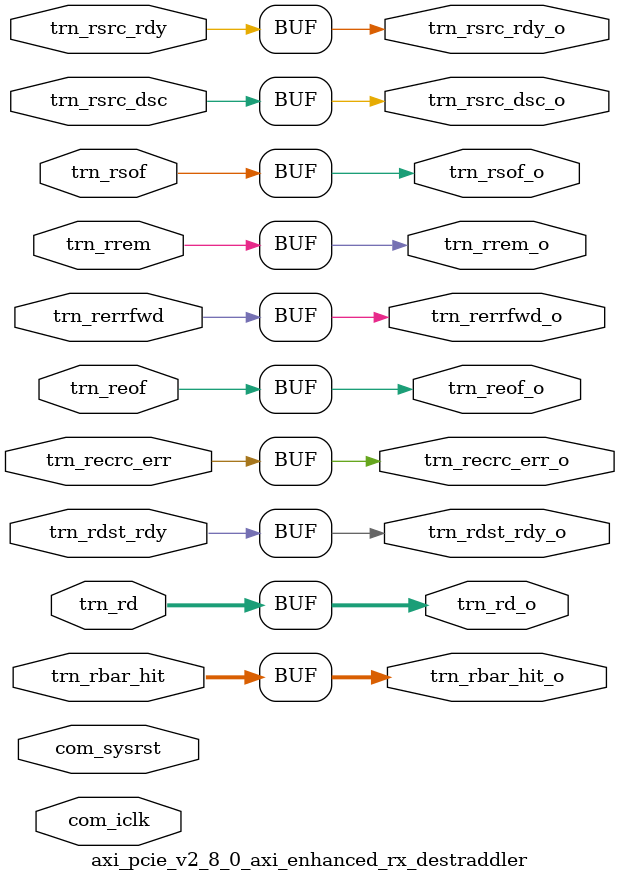
<source format=v>
`timescale 1ps/1ps

module axi_pcie_v2_8_0_axi_enhanced_rx_destraddler #(
  parameter C_DATA_WIDTH = 32,                          // RX/TX interface data width
  parameter C_FAMILY = "X7",                            // Targeted FPGA family
  parameter TCQ = 1,                                    // Clock to Q time

  // Do not override parameters below this line
  parameter REM_WIDTH  = (C_DATA_WIDTH == 128) ? 2 : 1, // trem/rrem width
  parameter RBAR_WIDTH = (C_FAMILY == "X7") ? 8 : 7,    // trn_rbar_hit width
  parameter STRB_WIDTH = C_DATA_WIDTH / 8               // TSTRB width
  ) (

  //---------------------------------------------------------------------------
  // TRN RX
  //---------------------------------------------------------------------------
  input      [C_DATA_WIDTH-1:0] trn_rd,                 // RX data from block
  input                         trn_rsof,               // RX start of packet
  input                         trn_reof,               // RX end of packet
  input                         trn_rsrc_rdy,           // RX source ready
  output                        trn_rdst_rdy_o,         // RX destination ready
  input                         trn_rsrc_dsc,           // RX source discontinue
  input         [REM_WIDTH-1:0] trn_rrem,               // RX remainder
  input                         trn_rerrfwd,            // RX error forward
  input        [RBAR_WIDTH-1:0] trn_rbar_hit,           // RX BAR hit
  input                         trn_recrc_err,          // RX ECRC error

  //--------------------------------------------------------------------------
  //TRN Realigned outputs to the RX data pipeline and Null Generator
  //--------------------------------------------------------------------------

  output  reg [C_DATA_WIDTH-1:0]trn_rd_o,               // Realigned data output
  output  reg                   trn_rsof_o,             // Realigned start of Frame
  output  reg                   trn_reof_o,             // Realigned End of Frame
  output  reg                   trn_rsrc_rdy_o,         // Realigned Source ready
  input                         trn_rdst_rdy,           // Destination ready from user
  output  reg                   trn_rsrc_dsc_o,         // Discontinue realigned
  output  reg   [REM_WIDTH-1:0] trn_rrem_o,             // RREM realigned
  output  reg                   trn_rerrfwd_o,          // rerrfwd realigned
  output  reg  [RBAR_WIDTH-1:0] trn_rbar_hit_o,         // RBAR hit realigned
  output  reg                   trn_recrc_err_o,        // ECRC error realigned

  //---------------------------------------------------------------------------
  // System
  //---------------------------------------------------------------------------

  input                         com_iclk,               // user clock from block
  input                         com_sysrst              // user reset from block

);

generate
// C_DATA_WIDTH == 128
if(C_DATA_WIDTH == 128) begin : data_width_128

  localparam               IDLE             = 2'b00;
  localparam               PROCESS_TLP_BEAT = 2'b01;
  localparam               THROTTLE_TLP     = 2'b10;

  reg [1:0]                state;
  reg                      local_throttle;
  // internal storage
  reg [C_DATA_WIDTH/2-1:0] trn_rd_d;
  reg                      trn_rsof_d;
  reg                      trn_reof_d;
  reg                      trn_rsrc_rdy_d;
  reg                      trn_rsrc_dsc_d;
  reg    [REM_WIDTH-1:0]   trn_rrem_d;
  reg                      trn_rerrfwd_d;
  reg   [RBAR_WIDTH-1:0]   trn_rbar_hit_d;
  reg                      trn_recrc_err_d;

  assign trn_rdst_rdy_o = trn_rdst_rdy && !local_throttle;

  // Internal buffer to store TRN signals
  always@(posedge com_iclk) begin
    if(com_sysrst) begin
      trn_rd_d            <= #TCQ {C_DATA_WIDTH/2{1'b0}};
      trn_rsof_d          <= #TCQ 1'b0;
      trn_reof_d          <= #TCQ 1'b0;
      trn_rsrc_rdy_d      <= #TCQ 1'b0;
      trn_rsrc_dsc_d      <= #TCQ 1'b0;
      trn_rrem_d          <= #TCQ {REM_WIDTH{1'b0}};
      trn_rerrfwd_d       <= #TCQ 1'b0;
      trn_rbar_hit_d      <= #TCQ {RBAR_WIDTH{1'b0}};
      trn_recrc_err_d     <= #TCQ 1'b0;
    end
    else begin
      // Enable signal for registers
      if(trn_rdst_rdy) begin
        trn_rd_d          <= #TCQ trn_rd[63:0];
        trn_rsof_d        <= #TCQ trn_rsof;
        trn_reof_d        <= #TCQ trn_reof;
        trn_rsrc_rdy_d    <= #TCQ trn_rsrc_rdy;
        trn_rsrc_dsc_d    <= #TCQ trn_rsrc_dsc;
        trn_rrem_d        <= #TCQ trn_rrem;
        trn_rerrfwd_d     <= #TCQ trn_rerrfwd;
        trn_rbar_hit_d    <= #TCQ trn_rbar_hit;
        trn_recrc_err_d   <= #TCQ trn_recrc_err;
      end
    end
  end

  // Output driver logic based on StateMachine state values and TRN inputs
  always@(trn_rd,trn_rsof,trn_reof,trn_rrem,trn_rsrc_dsc,trn_rsrc_rdy,trn_rdst_rdy,
          trn_recrc_err,trn_rerrfwd,trn_rbar_hit,state,local_throttle,com_sysrst) begin
    if(com_sysrst) begin
      trn_rd_o            <= {C_DATA_WIDTH{1'b0}};
      trn_rsof_o          <= 1'b0;
      trn_reof_o          <= 1'b0;
      trn_rsrc_rdy_o      <= 1'b0;
      trn_rsrc_dsc_o      <= 1'b0;
      trn_rrem_o          <= {REM_WIDTH{1'b0}};
      trn_rerrfwd_o       <= 1'b0;
      trn_rbar_hit_o      <= {RBAR_WIDTH{1'b0}};
      trn_recrc_err_o     <= 1'b0;
    end
    else begin
      case(state)
      IDLE : begin
               if(trn_rsof && !trn_rrem[1] && !trn_reof && trn_rdst_rdy && trn_rsrc_rdy) begin // Unaligned TLP
                 // Create a void i.e. Pass default '0' values to all outputs
                 trn_rd_o            <= {C_DATA_WIDTH{1'b0}};
                 trn_rsof_o          <= 1'b0;
                 trn_reof_o          <= 1'b0;
                 trn_rsrc_rdy_o      <= 1'b0;
                 trn_rsrc_dsc_o      <= 1'b0;
                 trn_rrem_o          <= {REM_WIDTH{1'b0}};
                 trn_rerrfwd_o       <= 1'b0;
                 trn_rbar_hit_o      <= {RBAR_WIDTH{1'b0}};
                 trn_recrc_err_o     <= 1'b0;
               end
               else if(trn_rsof && trn_reof && !trn_rrem[1] && trn_rdst_rdy && trn_rsrc_rdy) begin // straddled Beat
                 // Pass only EOF
                 trn_rd_o            <= {trn_rd[127:64],64'b0};
                 trn_rsof_o          <= 1'b0;
                 trn_reof_o          <= trn_reof;
                 trn_rsrc_rdy_o      <= trn_rsrc_rdy;
                 trn_rsrc_dsc_o      <= trn_rsrc_dsc;
                 trn_rrem_o          <= {1'b0,trn_rrem[0]};
                 trn_rerrfwd_o       <= trn_rerrfwd_d;   // Old value
                 trn_rbar_hit_o      <= trn_rbar_hit_d;  // Old value
                 trn_recrc_err_o     <= trn_recrc_err;   // New value is used
  
               end
               else begin // Default
                 trn_rd_o            <= trn_rd;
                 trn_rsof_o          <= trn_rsof;
                 trn_reof_o          <= trn_reof;
                 trn_rsrc_rdy_o      <= trn_rsrc_rdy;
                 trn_rsrc_dsc_o      <= trn_rsrc_dsc;
                 trn_rrem_o          <= trn_rrem;
                 trn_rerrfwd_o       <= trn_rerrfwd;
                 trn_rbar_hit_o      <= trn_rbar_hit;
                 trn_recrc_err_o     <= trn_recrc_err;
               end
             end
      PROCESS_TLP_BEAT : begin
               // eof in [127:64] only and no straddled beat
               if (trn_reof && !trn_rsof && !trn_rrem[1] && trn_rdst_rdy && trn_rsrc_rdy) begin
                 // adjust stored values with the live ones
                 trn_rd_o            <= {trn_rd_d,trn_rd[127:64]};
                 trn_rsof_o          <= trn_rsof_d;
                 trn_reof_o          <= trn_reof;
                 trn_rsrc_rdy_o      <= trn_rsrc_rdy;
                 trn_rsrc_dsc_o      <= trn_rsrc_dsc;
                 trn_rrem_o          <= {1'b1,trn_rrem[0]}; // Can be D0 D1 D2 -- or D0 D1 D2 D3 or H0 H1 H2 H3(D0/--)
                 trn_rerrfwd_o       <= trn_rerrfwd_d;
                 trn_rbar_hit_o      <= trn_rbar_hit_d;
                 trn_recrc_err_o     <= trn_recrc_err;
               end
               // Straddled beat
               // adjust stored values with the live ones. previous TLP ends here 
               else if(trn_reof && trn_rsof && trn_rdst_rdy && trn_rsrc_rdy) begin
                 trn_rd_o            <= {trn_rd_d,trn_rd[127:64]};
                 trn_rsof_o          <= trn_rsof_d;  // Old value
                 trn_reof_o          <= trn_reof;
                 trn_rsrc_rdy_o      <= trn_rsrc_rdy;
                 trn_rsrc_dsc_o      <= trn_rsrc_dsc;
                 trn_rrem_o          <= {1'b1,trn_rrem[0]}; // Can be D2 D1 D0 -- or D3 D3 D1 D0
                 trn_rerrfwd_o       <= trn_rerrfwd_d;
                 trn_rbar_hit_o      <= trn_rbar_hit_d;
                 trn_recrc_err_o     <= trn_recrc_err;
               end
               // eof beat having more than 2DW
               else if(trn_reof && trn_rdst_rdy && trn_rsrc_rdy) begin
                 // Pass {stored, live}
                 trn_rd_o            <= {trn_rd_d,trn_rd[127:64]};
                 trn_rsof_o          <= trn_rsof_d;
                 trn_reof_o          <= 1'b0;
                 trn_rsrc_rdy_o      <= trn_rsrc_rdy_d;
                 trn_rsrc_dsc_o      <= trn_rsrc_dsc;
                 trn_rrem_o          <= {REM_WIDTH{1'b1}};
                 trn_rerrfwd_o       <= trn_rerrfwd_d;
                 trn_rbar_hit_o      <= trn_rbar_hit_d;
                 trn_recrc_err_o     <= trn_recrc_err_d;
               end
               // Mid-Packet transfer
               else begin
                 // Pass {stored, live}
                 trn_rd_o            <= {trn_rd_d,trn_rd[127:64]};
                 trn_rsof_o          <= trn_rsof_d;
                 trn_reof_o          <= trn_reof;
                 trn_rsrc_rdy_o      <= trn_rsrc_rdy_d;
                 trn_rsrc_dsc_o      <= trn_rsrc_dsc;
                 trn_rrem_o          <= {REM_WIDTH{1'b1}};
                 trn_rerrfwd_o       <= trn_rerrfwd_d;
                 trn_rbar_hit_o      <= trn_rbar_hit_d;
                 trn_recrc_err_o     <= trn_recrc_err;
               end
             end
      default : begin
               // Throttle PCIe interface (will be for 1 cycle only)
               // Use stored values only in this state
               trn_rd_o              <= {trn_rd_d,64'b0};
               trn_rsof_o            <= trn_rsof_d;
               trn_reof_o            <= trn_reof_d;
               trn_rsrc_rdy_o        <= trn_rsrc_rdy_d;
               trn_rsrc_dsc_o        <= trn_rsrc_dsc_d;
               trn_rrem_o            <= {1'b0,trn_rrem_d[0]}; // Can be D1 D0 -- -- or D0 -- -- --
               trn_rerrfwd_o         <= trn_rerrfwd_d;
               trn_rbar_hit_o        <= trn_rbar_hit_d;
               trn_recrc_err_o       <= trn_recrc_err_d;
             end
      endcase
    end
  end

  // State Machine to re-align TLPs
  always @(posedge com_iclk) begin
    if(com_sysrst || trn_rsrc_dsc) begin
      state <= #TCQ IDLE;
      local_throttle <= #TCQ 1'b0;
    end
    else begin
      case(state)
      IDLE: begin
              // Unaligned TLP start or Straddle Beat
              if(((trn_rsof && !trn_reof) || (trn_rsof && trn_reof )) && !trn_rrem[1] && trn_rdst_rdy && trn_rsrc_rdy) begin
                state <= #TCQ PROCESS_TLP_BEAT;
              end
              local_throttle <= #TCQ 1'b0;
            end
      PROCESS_TLP_BEAT: begin
              // Wait for eof only
              if (trn_reof && !trn_rsof && trn_rdst_rdy && trn_rsrc_rdy) begin
                // eof in [128:64] only
                if(!trn_rrem[1]) begin
                  state <= #TCQ IDLE;
                  local_throttle <= #TCQ 1'b0;
                end
                // eof in [128:0]
                else begin
                  state <= #TCQ THROTTLE_TLP;
                  local_throttle <= #TCQ 1'b1;
                end
              end
            end
      default : begin
              if(trn_rdst_rdy) begin
                state  <= #TCQ IDLE;
                local_throttle <= #TCQ 1'b0;
              end
            end
      endcase
    end
  end

end // data_width_128
// C_DATA_WIDTH == 32 or C_DATA_WIDTH == 64
else begin: data_width_32_64
  // Direct mapping of inputs to outputs
  always@(*) begin
      trn_rd_o            <= trn_rd;
      trn_rsof_o          <= trn_rsof;
      trn_reof_o          <= trn_reof;
      trn_rsrc_rdy_o      <= trn_rsrc_rdy;
      trn_rsrc_dsc_o      <= trn_rsrc_dsc;
      trn_rrem_o          <= trn_rrem;
      trn_rerrfwd_o       <= trn_rerrfwd;
      trn_rbar_hit_o      <= trn_rbar_hit;
      trn_recrc_err_o     <= trn_recrc_err;
  end
  assign trn_rdst_rdy_o = trn_rdst_rdy;
end // data_width_32_64

endgenerate

endmodule

</source>
